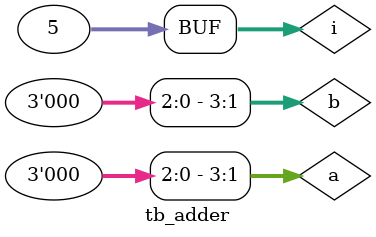
<source format=sv>
module tb_adder;

  reg [3:0] a;
  reg [3:0] b;
  reg c_in;
  wire [3:0] sum;
  integer i;
  adder fa0 (
      a,
      b,
      c_in,
      c_out,
      sum
  );

  initial begin
    a <= 0;
    b <= 0;
    c_in <= 0;
    $monitor("a=0x%0h b=0x%0h c_in=0x%0h c_out=0x%0h sum=0x%0h", a, b, c_in, c_out, sum);

    for (i = 0; i < 5; i = i + 1) begin
      #10 a <= $random;
      b <= $random;
      c_in <= $random;
    end
  end

endmodule

</source>
